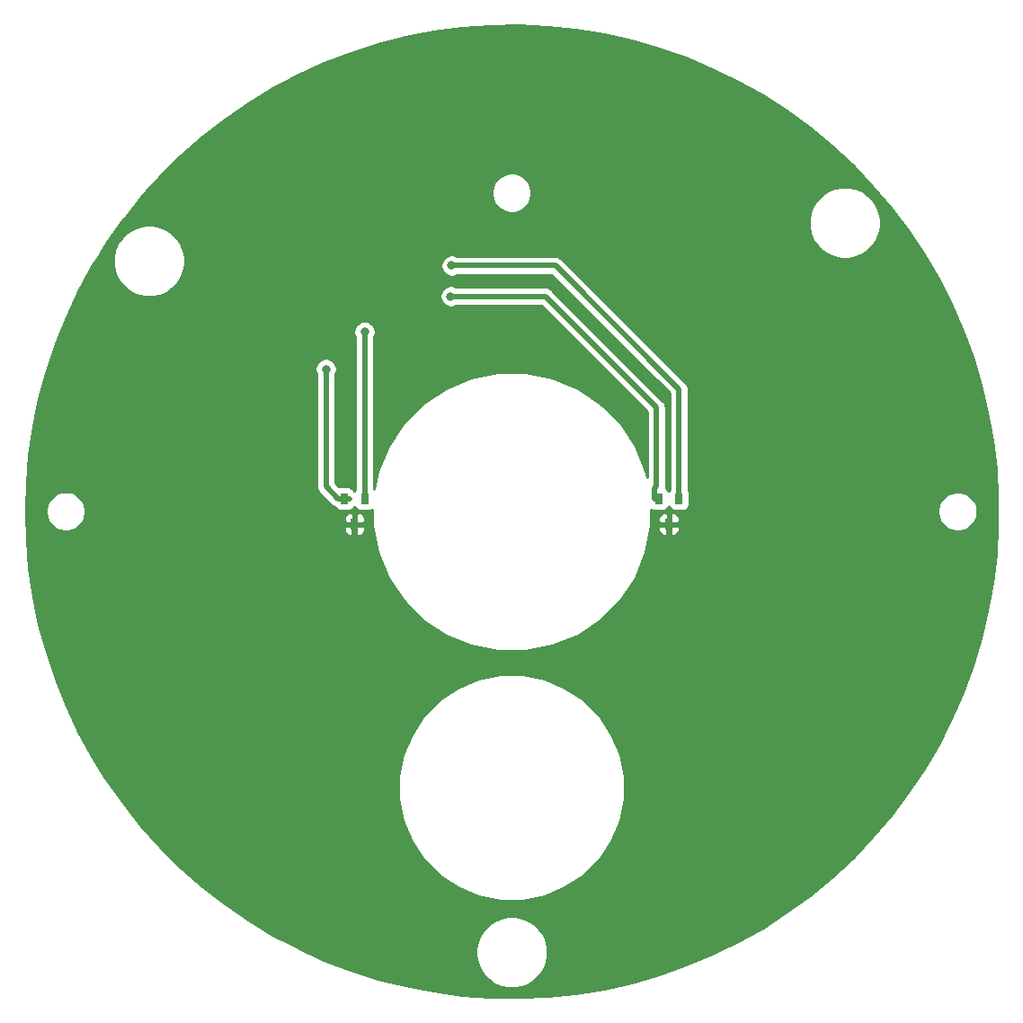
<source format=gtl>
G04 #@! TF.GenerationSoftware,KiCad,Pcbnew,(5.1.5)-3*
G04 #@! TF.CreationDate,2022-01-09T16:05:41+01:00*
G04 #@! TF.ProjectId,plateau allumage,706c6174-6561-4752-9061-6c6c756d6167,rev?*
G04 #@! TF.SameCoordinates,Original*
G04 #@! TF.FileFunction,Copper,L1,Top*
G04 #@! TF.FilePolarity,Positive*
%FSLAX46Y46*%
G04 Gerber Fmt 4.6, Leading zero omitted, Abs format (unit mm)*
G04 Created by KiCad (PCBNEW (5.1.5)-3) date 2022-01-09 16:05:41*
%MOMM*%
%LPD*%
G04 APERTURE LIST*
%ADD10R,0.700000X1.000000*%
%ADD11C,0.800000*%
%ADD12C,0.500000*%
%ADD13C,0.254000*%
G04 APERTURE END LIST*
D10*
X142150000Y-102800000D03*
X141200000Y-100400000D03*
X143100000Y-100400000D03*
X112540000Y-102800000D03*
X111590000Y-100400000D03*
X113490000Y-100400000D03*
D11*
X121666000Y-75438000D03*
X112950000Y-75420000D03*
X112560000Y-104340000D03*
X142160000Y-104070000D03*
X113500000Y-84680000D03*
X121690000Y-78440000D03*
X109850000Y-88190000D03*
X121610000Y-81340000D03*
D12*
X112540000Y-102800000D02*
X112540000Y-104320000D01*
X112540000Y-104320000D02*
X112560000Y-104340000D01*
X142150000Y-102800000D02*
X142150000Y-104060000D01*
X142150000Y-104060000D02*
X142160000Y-104070000D01*
X113500000Y-100390000D02*
X113490000Y-100400000D01*
X113500000Y-84680000D02*
X113500000Y-100390000D01*
X121690000Y-78440000D02*
X131450000Y-78440000D01*
X143100000Y-90090000D02*
X143100000Y-100400000D01*
X131450000Y-78440000D02*
X143100000Y-90090000D01*
X112080000Y-100400000D02*
X111480000Y-100400000D01*
X109850000Y-99260000D02*
X110990000Y-100400000D01*
X109850000Y-88190000D02*
X109850000Y-99260000D01*
X110990000Y-100400000D02*
X111590000Y-100400000D01*
X140782000Y-100400000D02*
X140782000Y-99408000D01*
X130510000Y-81340000D02*
X121610000Y-81340000D01*
X140980000Y-91810000D02*
X130510000Y-81340000D01*
X140980000Y-99210000D02*
X140980000Y-91810000D01*
X140782000Y-99408000D02*
X140980000Y-99210000D01*
D13*
G36*
X130700213Y-55958231D02*
G01*
X133373035Y-56233868D01*
X136025073Y-56665891D01*
X138647186Y-57252811D01*
X141230335Y-57992605D01*
X143765615Y-58882722D01*
X146244286Y-59920096D01*
X148657803Y-61101148D01*
X150997848Y-62421808D01*
X153256353Y-63877524D01*
X155425532Y-65463277D01*
X157497909Y-67173600D01*
X159466339Y-69002599D01*
X161324036Y-70943967D01*
X163064598Y-72991013D01*
X164682023Y-75136681D01*
X166170736Y-77373573D01*
X167525606Y-79693978D01*
X168741961Y-82089898D01*
X169815608Y-84553073D01*
X170742848Y-87075013D01*
X171520482Y-89647023D01*
X172145831Y-92260238D01*
X172616739Y-94905648D01*
X172931582Y-97574136D01*
X173089276Y-100256502D01*
X173089276Y-102943498D01*
X172931582Y-105625864D01*
X172616739Y-108294352D01*
X172145831Y-110939762D01*
X171520482Y-113552977D01*
X170742848Y-116124987D01*
X169815608Y-118646927D01*
X168741961Y-121110102D01*
X167525606Y-123506022D01*
X166170736Y-125826427D01*
X164682023Y-128063319D01*
X163064598Y-130208987D01*
X161324036Y-132256033D01*
X159466339Y-134197401D01*
X157497909Y-136026400D01*
X155425532Y-137736723D01*
X153256353Y-139322476D01*
X150997848Y-140778192D01*
X148657803Y-142098852D01*
X146244286Y-143279904D01*
X143765615Y-144317278D01*
X141230335Y-145207395D01*
X138647186Y-145947189D01*
X136025073Y-146534109D01*
X133373035Y-146966132D01*
X130700213Y-147241769D01*
X128015822Y-147360069D01*
X125329114Y-147320624D01*
X122649353Y-147123571D01*
X119985775Y-146769589D01*
X117347562Y-146259898D01*
X114743809Y-145596254D01*
X112183491Y-144780947D01*
X109675435Y-143816786D01*
X107359525Y-142766607D01*
X123965000Y-142766607D01*
X123965000Y-143433393D01*
X124095083Y-144087368D01*
X124350252Y-144703399D01*
X124720698Y-145257812D01*
X125192188Y-145729302D01*
X125746601Y-146099748D01*
X126362632Y-146354917D01*
X127016607Y-146485000D01*
X127683393Y-146485000D01*
X128337368Y-146354917D01*
X128953399Y-146099748D01*
X129507812Y-145729302D01*
X129979302Y-145257812D01*
X130349748Y-144703399D01*
X130604917Y-144087368D01*
X130735000Y-143433393D01*
X130735000Y-142766607D01*
X130604917Y-142112632D01*
X130349748Y-141496601D01*
X129979302Y-140942188D01*
X129507812Y-140470698D01*
X128953399Y-140100252D01*
X128337368Y-139845083D01*
X127683393Y-139715000D01*
X127016607Y-139715000D01*
X126362632Y-139845083D01*
X125746601Y-140100252D01*
X125192188Y-140470698D01*
X124720698Y-140942188D01*
X124350252Y-141496601D01*
X124095083Y-142112632D01*
X123965000Y-142766607D01*
X107359525Y-142766607D01*
X107228286Y-142707095D01*
X104850480Y-141455700D01*
X102550214Y-140066913D01*
X100335417Y-138545523D01*
X98213725Y-136896774D01*
X96192450Y-135126350D01*
X94278561Y-133240354D01*
X92478656Y-131245287D01*
X90798939Y-129148026D01*
X89245200Y-126955802D01*
X88993583Y-126552544D01*
X116695000Y-126552544D01*
X116695000Y-128647456D01*
X117103697Y-130702115D01*
X117905385Y-132637561D01*
X119069256Y-134379417D01*
X120550583Y-135860744D01*
X122292439Y-137024615D01*
X124227885Y-137826303D01*
X126282544Y-138235000D01*
X128377456Y-138235000D01*
X130432115Y-137826303D01*
X132367561Y-137024615D01*
X134109417Y-135860744D01*
X135590744Y-134379417D01*
X136754615Y-132637561D01*
X137556303Y-130702115D01*
X137965000Y-128647456D01*
X137965000Y-126552544D01*
X137556303Y-124497885D01*
X136754615Y-122562439D01*
X135590744Y-120820583D01*
X134109417Y-119339256D01*
X132367561Y-118175385D01*
X130432115Y-117373697D01*
X128377456Y-116965000D01*
X126282544Y-116965000D01*
X124227885Y-117373697D01*
X122292439Y-118175385D01*
X120550583Y-119339256D01*
X119069256Y-120820583D01*
X117905385Y-122562439D01*
X117103697Y-124497885D01*
X116695000Y-126552544D01*
X88993583Y-126552544D01*
X87822796Y-124676170D01*
X86536629Y-122316991D01*
X85391134Y-119886396D01*
X84390259Y-117392764D01*
X83537455Y-114844690D01*
X82835661Y-112250960D01*
X82287296Y-109620514D01*
X81894251Y-106962419D01*
X81657881Y-104285839D01*
X81579000Y-101600000D01*
X81584746Y-101404344D01*
X83455000Y-101404344D01*
X83455000Y-101775656D01*
X83527439Y-102139834D01*
X83669534Y-102482882D01*
X83875825Y-102791618D01*
X84138382Y-103054175D01*
X84447118Y-103260466D01*
X84790166Y-103402561D01*
X85154344Y-103475000D01*
X85525656Y-103475000D01*
X85889834Y-103402561D01*
X86137438Y-103300000D01*
X111551928Y-103300000D01*
X111564188Y-103424482D01*
X111600498Y-103544180D01*
X111659463Y-103654494D01*
X111738815Y-103751185D01*
X111835506Y-103830537D01*
X111945820Y-103889502D01*
X112065518Y-103925812D01*
X112190000Y-103938072D01*
X112254250Y-103935000D01*
X112413000Y-103776250D01*
X112413000Y-102927000D01*
X112667000Y-102927000D01*
X112667000Y-103776250D01*
X112825750Y-103935000D01*
X112890000Y-103938072D01*
X113014482Y-103925812D01*
X113134180Y-103889502D01*
X113244494Y-103830537D01*
X113341185Y-103751185D01*
X113420537Y-103654494D01*
X113479502Y-103544180D01*
X113515812Y-103424482D01*
X113528072Y-103300000D01*
X113525000Y-103085750D01*
X113366250Y-102927000D01*
X112667000Y-102927000D01*
X112413000Y-102927000D01*
X111713750Y-102927000D01*
X111555000Y-103085750D01*
X111551928Y-103300000D01*
X86137438Y-103300000D01*
X86232882Y-103260466D01*
X86541618Y-103054175D01*
X86804175Y-102791618D01*
X87010466Y-102482882D01*
X87086218Y-102300000D01*
X111551928Y-102300000D01*
X111555000Y-102514250D01*
X111713750Y-102673000D01*
X112413000Y-102673000D01*
X112413000Y-101823750D01*
X112667000Y-101823750D01*
X112667000Y-102673000D01*
X113366250Y-102673000D01*
X113525000Y-102514250D01*
X113528072Y-102300000D01*
X113515812Y-102175518D01*
X113479502Y-102055820D01*
X113420537Y-101945506D01*
X113341185Y-101848815D01*
X113244494Y-101769463D01*
X113134180Y-101710498D01*
X113014482Y-101674188D01*
X112890000Y-101661928D01*
X112825750Y-101665000D01*
X112667000Y-101823750D01*
X112413000Y-101823750D01*
X112254250Y-101665000D01*
X112190000Y-101661928D01*
X112065518Y-101674188D01*
X111945820Y-101710498D01*
X111835506Y-101769463D01*
X111738815Y-101848815D01*
X111659463Y-101945506D01*
X111600498Y-102055820D01*
X111564188Y-102175518D01*
X111551928Y-102300000D01*
X87086218Y-102300000D01*
X87152561Y-102139834D01*
X87225000Y-101775656D01*
X87225000Y-101404344D01*
X87152561Y-101040166D01*
X87010466Y-100697118D01*
X86804175Y-100388382D01*
X86541618Y-100125825D01*
X86232882Y-99919534D01*
X85889834Y-99777439D01*
X85525656Y-99705000D01*
X85154344Y-99705000D01*
X84790166Y-99777439D01*
X84447118Y-99919534D01*
X84138382Y-100125825D01*
X83875825Y-100388382D01*
X83669534Y-100697118D01*
X83527439Y-101040166D01*
X83455000Y-101404344D01*
X81584746Y-101404344D01*
X81657881Y-98914161D01*
X81894251Y-96237581D01*
X82287296Y-93579486D01*
X82835661Y-90949040D01*
X83537455Y-88355310D01*
X83626899Y-88088061D01*
X108815000Y-88088061D01*
X108815000Y-88291939D01*
X108854774Y-88491898D01*
X108932795Y-88680256D01*
X108965000Y-88728454D01*
X108965001Y-99216521D01*
X108960719Y-99260000D01*
X108977805Y-99433490D01*
X109028412Y-99600313D01*
X109110590Y-99754059D01*
X109193468Y-99855046D01*
X109193471Y-99855049D01*
X109221184Y-99888817D01*
X109254951Y-99916529D01*
X110333470Y-100995049D01*
X110361183Y-101028817D01*
X110394951Y-101056530D01*
X110394953Y-101056532D01*
X110466452Y-101115210D01*
X110495941Y-101139411D01*
X110649687Y-101221589D01*
X110700039Y-101236863D01*
X110709463Y-101254494D01*
X110788815Y-101351185D01*
X110885506Y-101430537D01*
X110995820Y-101489502D01*
X111115518Y-101525812D01*
X111240000Y-101538072D01*
X111940000Y-101538072D01*
X112064482Y-101525812D01*
X112184180Y-101489502D01*
X112294494Y-101430537D01*
X112391185Y-101351185D01*
X112470537Y-101254494D01*
X112515249Y-101170845D01*
X112553751Y-101150266D01*
X112609463Y-101254494D01*
X112688815Y-101351185D01*
X112785506Y-101430537D01*
X112895820Y-101489502D01*
X113015518Y-101525812D01*
X113140000Y-101538072D01*
X113840000Y-101538072D01*
X113964482Y-101525812D01*
X114084180Y-101489502D01*
X114194494Y-101430537D01*
X114215000Y-101413708D01*
X114215000Y-102903685D01*
X114719770Y-105441338D01*
X115709914Y-107831756D01*
X117147379Y-109983075D01*
X118976925Y-111812621D01*
X121128244Y-113250086D01*
X123518662Y-114240230D01*
X126056315Y-114745000D01*
X128643685Y-114745000D01*
X131181338Y-114240230D01*
X133571756Y-113250086D01*
X135723075Y-111812621D01*
X137552621Y-109983075D01*
X138990086Y-107831756D01*
X139980230Y-105441338D01*
X140406168Y-103300000D01*
X141161928Y-103300000D01*
X141174188Y-103424482D01*
X141210498Y-103544180D01*
X141269463Y-103654494D01*
X141348815Y-103751185D01*
X141445506Y-103830537D01*
X141555820Y-103889502D01*
X141675518Y-103925812D01*
X141800000Y-103938072D01*
X141864250Y-103935000D01*
X142023000Y-103776250D01*
X142023000Y-102927000D01*
X142277000Y-102927000D01*
X142277000Y-103776250D01*
X142435750Y-103935000D01*
X142500000Y-103938072D01*
X142624482Y-103925812D01*
X142744180Y-103889502D01*
X142854494Y-103830537D01*
X142951185Y-103751185D01*
X143030537Y-103654494D01*
X143089502Y-103544180D01*
X143125812Y-103424482D01*
X143138072Y-103300000D01*
X143135000Y-103085750D01*
X142976250Y-102927000D01*
X142277000Y-102927000D01*
X142023000Y-102927000D01*
X141323750Y-102927000D01*
X141165000Y-103085750D01*
X141161928Y-103300000D01*
X140406168Y-103300000D01*
X140485000Y-102903685D01*
X140485000Y-102300000D01*
X141161928Y-102300000D01*
X141165000Y-102514250D01*
X141323750Y-102673000D01*
X142023000Y-102673000D01*
X142023000Y-101823750D01*
X142277000Y-101823750D01*
X142277000Y-102673000D01*
X142976250Y-102673000D01*
X143135000Y-102514250D01*
X143138072Y-102300000D01*
X143125812Y-102175518D01*
X143089502Y-102055820D01*
X143030537Y-101945506D01*
X142951185Y-101848815D01*
X142854494Y-101769463D01*
X142744180Y-101710498D01*
X142624482Y-101674188D01*
X142500000Y-101661928D01*
X142435750Y-101665000D01*
X142277000Y-101823750D01*
X142023000Y-101823750D01*
X141864250Y-101665000D01*
X141800000Y-101661928D01*
X141675518Y-101674188D01*
X141555820Y-101710498D01*
X141445506Y-101769463D01*
X141348815Y-101848815D01*
X141269463Y-101945506D01*
X141210498Y-102055820D01*
X141174188Y-102175518D01*
X141161928Y-102300000D01*
X140485000Y-102300000D01*
X140485000Y-101421915D01*
X140495506Y-101430537D01*
X140605820Y-101489502D01*
X140725518Y-101525812D01*
X140850000Y-101538072D01*
X141550000Y-101538072D01*
X141674482Y-101525812D01*
X141794180Y-101489502D01*
X141904494Y-101430537D01*
X142001185Y-101351185D01*
X142080537Y-101254494D01*
X142139502Y-101144180D01*
X142150000Y-101109573D01*
X142160498Y-101144180D01*
X142219463Y-101254494D01*
X142298815Y-101351185D01*
X142395506Y-101430537D01*
X142505820Y-101489502D01*
X142625518Y-101525812D01*
X142750000Y-101538072D01*
X143450000Y-101538072D01*
X143574482Y-101525812D01*
X143694180Y-101489502D01*
X143804494Y-101430537D01*
X143824225Y-101414344D01*
X167455000Y-101414344D01*
X167455000Y-101785656D01*
X167527439Y-102149834D01*
X167669534Y-102492882D01*
X167875825Y-102801618D01*
X168138382Y-103064175D01*
X168447118Y-103270466D01*
X168790166Y-103412561D01*
X169154344Y-103485000D01*
X169525656Y-103485000D01*
X169889834Y-103412561D01*
X170232882Y-103270466D01*
X170541618Y-103064175D01*
X170804175Y-102801618D01*
X171010466Y-102492882D01*
X171152561Y-102149834D01*
X171225000Y-101785656D01*
X171225000Y-101414344D01*
X171152561Y-101050166D01*
X171010466Y-100707118D01*
X170804175Y-100398382D01*
X170541618Y-100135825D01*
X170232882Y-99929534D01*
X169889834Y-99787439D01*
X169525656Y-99715000D01*
X169154344Y-99715000D01*
X168790166Y-99787439D01*
X168447118Y-99929534D01*
X168138382Y-100135825D01*
X167875825Y-100398382D01*
X167669534Y-100707118D01*
X167527439Y-101050166D01*
X167455000Y-101414344D01*
X143824225Y-101414344D01*
X143901185Y-101351185D01*
X143980537Y-101254494D01*
X144039502Y-101144180D01*
X144075812Y-101024482D01*
X144088072Y-100900000D01*
X144088072Y-99900000D01*
X144075812Y-99775518D01*
X144039502Y-99655820D01*
X143985000Y-99553856D01*
X143985000Y-90133468D01*
X143989281Y-90089999D01*
X143985000Y-90046530D01*
X143985000Y-90046523D01*
X143972195Y-89916510D01*
X143921589Y-89749687D01*
X143839411Y-89595941D01*
X143728817Y-89461183D01*
X143695051Y-89433472D01*
X132106534Y-77844956D01*
X132078817Y-77811183D01*
X131944059Y-77700589D01*
X131790313Y-77618411D01*
X131623490Y-77567805D01*
X131493477Y-77555000D01*
X131493469Y-77555000D01*
X131450000Y-77550719D01*
X131406531Y-77555000D01*
X122228454Y-77555000D01*
X122180256Y-77522795D01*
X121991898Y-77444774D01*
X121791939Y-77405000D01*
X121588061Y-77405000D01*
X121388102Y-77444774D01*
X121199744Y-77522795D01*
X121030226Y-77636063D01*
X120886063Y-77780226D01*
X120772795Y-77949744D01*
X120694774Y-78138102D01*
X120655000Y-78338061D01*
X120655000Y-78541939D01*
X120694774Y-78741898D01*
X120772795Y-78930256D01*
X120886063Y-79099774D01*
X121030226Y-79243937D01*
X121199744Y-79357205D01*
X121388102Y-79435226D01*
X121588061Y-79475000D01*
X121791939Y-79475000D01*
X121991898Y-79435226D01*
X122180256Y-79357205D01*
X122228454Y-79325000D01*
X131083422Y-79325000D01*
X142215000Y-90456579D01*
X142215001Y-99553854D01*
X142160498Y-99655820D01*
X142150000Y-99690427D01*
X142139502Y-99655820D01*
X142080537Y-99545506D01*
X142001185Y-99448815D01*
X141904494Y-99369463D01*
X141856123Y-99343608D01*
X141865000Y-99253477D01*
X141865000Y-99253467D01*
X141869281Y-99210001D01*
X141865000Y-99166535D01*
X141865000Y-91853469D01*
X141869281Y-91810000D01*
X141865000Y-91766531D01*
X141865000Y-91766523D01*
X141852195Y-91636510D01*
X141801589Y-91469687D01*
X141719411Y-91315941D01*
X141695210Y-91286452D01*
X141636532Y-91214953D01*
X141636530Y-91214951D01*
X141608817Y-91181183D01*
X141575049Y-91153470D01*
X131166534Y-80744956D01*
X131138817Y-80711183D01*
X131004059Y-80600589D01*
X130850313Y-80518411D01*
X130683490Y-80467805D01*
X130553477Y-80455000D01*
X130553469Y-80455000D01*
X130510000Y-80450719D01*
X130466531Y-80455000D01*
X122148454Y-80455000D01*
X122100256Y-80422795D01*
X121911898Y-80344774D01*
X121711939Y-80305000D01*
X121508061Y-80305000D01*
X121308102Y-80344774D01*
X121119744Y-80422795D01*
X120950226Y-80536063D01*
X120806063Y-80680226D01*
X120692795Y-80849744D01*
X120614774Y-81038102D01*
X120575000Y-81238061D01*
X120575000Y-81441939D01*
X120614774Y-81641898D01*
X120692795Y-81830256D01*
X120806063Y-81999774D01*
X120950226Y-82143937D01*
X121119744Y-82257205D01*
X121308102Y-82335226D01*
X121508061Y-82375000D01*
X121711939Y-82375000D01*
X121911898Y-82335226D01*
X122100256Y-82257205D01*
X122148454Y-82225000D01*
X130143422Y-82225000D01*
X140095001Y-92176580D01*
X140095000Y-98355651D01*
X139980230Y-97778662D01*
X138990086Y-95388244D01*
X137552621Y-93236925D01*
X135723075Y-91407379D01*
X133571756Y-89969914D01*
X131181338Y-88979770D01*
X128643685Y-88475000D01*
X126056315Y-88475000D01*
X123518662Y-88979770D01*
X121128244Y-89969914D01*
X118976925Y-91407379D01*
X117147379Y-93236925D01*
X115709914Y-95388244D01*
X114719770Y-97778662D01*
X114385000Y-99461666D01*
X114385000Y-85218454D01*
X114417205Y-85170256D01*
X114495226Y-84981898D01*
X114535000Y-84781939D01*
X114535000Y-84578061D01*
X114495226Y-84378102D01*
X114417205Y-84189744D01*
X114303937Y-84020226D01*
X114159774Y-83876063D01*
X113990256Y-83762795D01*
X113801898Y-83684774D01*
X113601939Y-83645000D01*
X113398061Y-83645000D01*
X113198102Y-83684774D01*
X113009744Y-83762795D01*
X112840226Y-83876063D01*
X112696063Y-84020226D01*
X112582795Y-84189744D01*
X112504774Y-84378102D01*
X112465000Y-84578061D01*
X112465000Y-84781939D01*
X112504774Y-84981898D01*
X112582795Y-85170256D01*
X112615000Y-85218454D01*
X112615001Y-99538758D01*
X112609463Y-99545506D01*
X112553751Y-99649734D01*
X112515249Y-99629155D01*
X112470537Y-99545506D01*
X112391185Y-99448815D01*
X112294494Y-99369463D01*
X112184180Y-99310498D01*
X112064482Y-99274188D01*
X111940000Y-99261928D01*
X111240000Y-99261928D01*
X111115744Y-99274166D01*
X110735000Y-98893422D01*
X110735000Y-88728454D01*
X110767205Y-88680256D01*
X110845226Y-88491898D01*
X110885000Y-88291939D01*
X110885000Y-88088061D01*
X110845226Y-87888102D01*
X110767205Y-87699744D01*
X110653937Y-87530226D01*
X110509774Y-87386063D01*
X110340256Y-87272795D01*
X110151898Y-87194774D01*
X109951939Y-87155000D01*
X109748061Y-87155000D01*
X109548102Y-87194774D01*
X109359744Y-87272795D01*
X109190226Y-87386063D01*
X109046063Y-87530226D01*
X108932795Y-87699744D01*
X108854774Y-87888102D01*
X108815000Y-88088061D01*
X83626899Y-88088061D01*
X84390259Y-85807236D01*
X85391134Y-83313604D01*
X86536629Y-80883009D01*
X87822796Y-78523830D01*
X88357670Y-77666607D01*
X89815000Y-77666607D01*
X89815000Y-78333393D01*
X89945083Y-78987368D01*
X90200252Y-79603399D01*
X90570698Y-80157812D01*
X91042188Y-80629302D01*
X91596601Y-80999748D01*
X92212632Y-81254917D01*
X92866607Y-81385000D01*
X93533393Y-81385000D01*
X94187368Y-81254917D01*
X94803399Y-80999748D01*
X95357812Y-80629302D01*
X95829302Y-80157812D01*
X96199748Y-79603399D01*
X96454917Y-78987368D01*
X96585000Y-78333393D01*
X96585000Y-77666607D01*
X96454917Y-77012632D01*
X96199748Y-76396601D01*
X95829302Y-75842188D01*
X95357812Y-75370698D01*
X94803399Y-75000252D01*
X94187368Y-74745083D01*
X93533393Y-74615000D01*
X92866607Y-74615000D01*
X92212632Y-74745083D01*
X91596601Y-75000252D01*
X91042188Y-75370698D01*
X90570698Y-75842188D01*
X90200252Y-76396601D01*
X89945083Y-77012632D01*
X89815000Y-77666607D01*
X88357670Y-77666607D01*
X89245200Y-76244198D01*
X90781480Y-74076607D01*
X155325000Y-74076607D01*
X155325000Y-74743393D01*
X155455083Y-75397368D01*
X155710252Y-76013399D01*
X156080698Y-76567812D01*
X156552188Y-77039302D01*
X157106601Y-77409748D01*
X157722632Y-77664917D01*
X158376607Y-77795000D01*
X159043393Y-77795000D01*
X159697368Y-77664917D01*
X160313399Y-77409748D01*
X160867812Y-77039302D01*
X161339302Y-76567812D01*
X161709748Y-76013399D01*
X161964917Y-75397368D01*
X162095000Y-74743393D01*
X162095000Y-74076607D01*
X161964917Y-73422632D01*
X161709748Y-72806601D01*
X161339302Y-72252188D01*
X160867812Y-71780698D01*
X160313399Y-71410252D01*
X159697368Y-71155083D01*
X159043393Y-71025000D01*
X158376607Y-71025000D01*
X157722632Y-71155083D01*
X157106601Y-71410252D01*
X156552188Y-71780698D01*
X156080698Y-72252188D01*
X155710252Y-72806601D01*
X155455083Y-73422632D01*
X155325000Y-74076607D01*
X90781480Y-74076607D01*
X90798939Y-74051974D01*
X92478656Y-71954713D01*
X92966164Y-71414344D01*
X125455000Y-71414344D01*
X125455000Y-71785656D01*
X125527439Y-72149834D01*
X125669534Y-72492882D01*
X125875825Y-72801618D01*
X126138382Y-73064175D01*
X126447118Y-73270466D01*
X126790166Y-73412561D01*
X127154344Y-73485000D01*
X127525656Y-73485000D01*
X127889834Y-73412561D01*
X128232882Y-73270466D01*
X128541618Y-73064175D01*
X128804175Y-72801618D01*
X129010466Y-72492882D01*
X129152561Y-72149834D01*
X129225000Y-71785656D01*
X129225000Y-71414344D01*
X129152561Y-71050166D01*
X129010466Y-70707118D01*
X128804175Y-70398382D01*
X128541618Y-70135825D01*
X128232882Y-69929534D01*
X127889834Y-69787439D01*
X127525656Y-69715000D01*
X127154344Y-69715000D01*
X126790166Y-69787439D01*
X126447118Y-69929534D01*
X126138382Y-70135825D01*
X125875825Y-70398382D01*
X125669534Y-70707118D01*
X125527439Y-71050166D01*
X125455000Y-71414344D01*
X92966164Y-71414344D01*
X94278561Y-69959646D01*
X96192450Y-68073650D01*
X98213725Y-66303226D01*
X100335417Y-64654477D01*
X102550214Y-63133087D01*
X104850480Y-61744300D01*
X107228286Y-60492905D01*
X109675435Y-59383214D01*
X112183491Y-58419053D01*
X114743809Y-57603746D01*
X117347562Y-56940102D01*
X119985775Y-56430411D01*
X122649353Y-56076429D01*
X125329114Y-55879376D01*
X128015822Y-55839931D01*
X130700213Y-55958231D01*
G37*
X130700213Y-55958231D02*
X133373035Y-56233868D01*
X136025073Y-56665891D01*
X138647186Y-57252811D01*
X141230335Y-57992605D01*
X143765615Y-58882722D01*
X146244286Y-59920096D01*
X148657803Y-61101148D01*
X150997848Y-62421808D01*
X153256353Y-63877524D01*
X155425532Y-65463277D01*
X157497909Y-67173600D01*
X159466339Y-69002599D01*
X161324036Y-70943967D01*
X163064598Y-72991013D01*
X164682023Y-75136681D01*
X166170736Y-77373573D01*
X167525606Y-79693978D01*
X168741961Y-82089898D01*
X169815608Y-84553073D01*
X170742848Y-87075013D01*
X171520482Y-89647023D01*
X172145831Y-92260238D01*
X172616739Y-94905648D01*
X172931582Y-97574136D01*
X173089276Y-100256502D01*
X173089276Y-102943498D01*
X172931582Y-105625864D01*
X172616739Y-108294352D01*
X172145831Y-110939762D01*
X171520482Y-113552977D01*
X170742848Y-116124987D01*
X169815608Y-118646927D01*
X168741961Y-121110102D01*
X167525606Y-123506022D01*
X166170736Y-125826427D01*
X164682023Y-128063319D01*
X163064598Y-130208987D01*
X161324036Y-132256033D01*
X159466339Y-134197401D01*
X157497909Y-136026400D01*
X155425532Y-137736723D01*
X153256353Y-139322476D01*
X150997848Y-140778192D01*
X148657803Y-142098852D01*
X146244286Y-143279904D01*
X143765615Y-144317278D01*
X141230335Y-145207395D01*
X138647186Y-145947189D01*
X136025073Y-146534109D01*
X133373035Y-146966132D01*
X130700213Y-147241769D01*
X128015822Y-147360069D01*
X125329114Y-147320624D01*
X122649353Y-147123571D01*
X119985775Y-146769589D01*
X117347562Y-146259898D01*
X114743809Y-145596254D01*
X112183491Y-144780947D01*
X109675435Y-143816786D01*
X107359525Y-142766607D01*
X123965000Y-142766607D01*
X123965000Y-143433393D01*
X124095083Y-144087368D01*
X124350252Y-144703399D01*
X124720698Y-145257812D01*
X125192188Y-145729302D01*
X125746601Y-146099748D01*
X126362632Y-146354917D01*
X127016607Y-146485000D01*
X127683393Y-146485000D01*
X128337368Y-146354917D01*
X128953399Y-146099748D01*
X129507812Y-145729302D01*
X129979302Y-145257812D01*
X130349748Y-144703399D01*
X130604917Y-144087368D01*
X130735000Y-143433393D01*
X130735000Y-142766607D01*
X130604917Y-142112632D01*
X130349748Y-141496601D01*
X129979302Y-140942188D01*
X129507812Y-140470698D01*
X128953399Y-140100252D01*
X128337368Y-139845083D01*
X127683393Y-139715000D01*
X127016607Y-139715000D01*
X126362632Y-139845083D01*
X125746601Y-140100252D01*
X125192188Y-140470698D01*
X124720698Y-140942188D01*
X124350252Y-141496601D01*
X124095083Y-142112632D01*
X123965000Y-142766607D01*
X107359525Y-142766607D01*
X107228286Y-142707095D01*
X104850480Y-141455700D01*
X102550214Y-140066913D01*
X100335417Y-138545523D01*
X98213725Y-136896774D01*
X96192450Y-135126350D01*
X94278561Y-133240354D01*
X92478656Y-131245287D01*
X90798939Y-129148026D01*
X89245200Y-126955802D01*
X88993583Y-126552544D01*
X116695000Y-126552544D01*
X116695000Y-128647456D01*
X117103697Y-130702115D01*
X117905385Y-132637561D01*
X119069256Y-134379417D01*
X120550583Y-135860744D01*
X122292439Y-137024615D01*
X124227885Y-137826303D01*
X126282544Y-138235000D01*
X128377456Y-138235000D01*
X130432115Y-137826303D01*
X132367561Y-137024615D01*
X134109417Y-135860744D01*
X135590744Y-134379417D01*
X136754615Y-132637561D01*
X137556303Y-130702115D01*
X137965000Y-128647456D01*
X137965000Y-126552544D01*
X137556303Y-124497885D01*
X136754615Y-122562439D01*
X135590744Y-120820583D01*
X134109417Y-119339256D01*
X132367561Y-118175385D01*
X130432115Y-117373697D01*
X128377456Y-116965000D01*
X126282544Y-116965000D01*
X124227885Y-117373697D01*
X122292439Y-118175385D01*
X120550583Y-119339256D01*
X119069256Y-120820583D01*
X117905385Y-122562439D01*
X117103697Y-124497885D01*
X116695000Y-126552544D01*
X88993583Y-126552544D01*
X87822796Y-124676170D01*
X86536629Y-122316991D01*
X85391134Y-119886396D01*
X84390259Y-117392764D01*
X83537455Y-114844690D01*
X82835661Y-112250960D01*
X82287296Y-109620514D01*
X81894251Y-106962419D01*
X81657881Y-104285839D01*
X81579000Y-101600000D01*
X81584746Y-101404344D01*
X83455000Y-101404344D01*
X83455000Y-101775656D01*
X83527439Y-102139834D01*
X83669534Y-102482882D01*
X83875825Y-102791618D01*
X84138382Y-103054175D01*
X84447118Y-103260466D01*
X84790166Y-103402561D01*
X85154344Y-103475000D01*
X85525656Y-103475000D01*
X85889834Y-103402561D01*
X86137438Y-103300000D01*
X111551928Y-103300000D01*
X111564188Y-103424482D01*
X111600498Y-103544180D01*
X111659463Y-103654494D01*
X111738815Y-103751185D01*
X111835506Y-103830537D01*
X111945820Y-103889502D01*
X112065518Y-103925812D01*
X112190000Y-103938072D01*
X112254250Y-103935000D01*
X112413000Y-103776250D01*
X112413000Y-102927000D01*
X112667000Y-102927000D01*
X112667000Y-103776250D01*
X112825750Y-103935000D01*
X112890000Y-103938072D01*
X113014482Y-103925812D01*
X113134180Y-103889502D01*
X113244494Y-103830537D01*
X113341185Y-103751185D01*
X113420537Y-103654494D01*
X113479502Y-103544180D01*
X113515812Y-103424482D01*
X113528072Y-103300000D01*
X113525000Y-103085750D01*
X113366250Y-102927000D01*
X112667000Y-102927000D01*
X112413000Y-102927000D01*
X111713750Y-102927000D01*
X111555000Y-103085750D01*
X111551928Y-103300000D01*
X86137438Y-103300000D01*
X86232882Y-103260466D01*
X86541618Y-103054175D01*
X86804175Y-102791618D01*
X87010466Y-102482882D01*
X87086218Y-102300000D01*
X111551928Y-102300000D01*
X111555000Y-102514250D01*
X111713750Y-102673000D01*
X112413000Y-102673000D01*
X112413000Y-101823750D01*
X112667000Y-101823750D01*
X112667000Y-102673000D01*
X113366250Y-102673000D01*
X113525000Y-102514250D01*
X113528072Y-102300000D01*
X113515812Y-102175518D01*
X113479502Y-102055820D01*
X113420537Y-101945506D01*
X113341185Y-101848815D01*
X113244494Y-101769463D01*
X113134180Y-101710498D01*
X113014482Y-101674188D01*
X112890000Y-101661928D01*
X112825750Y-101665000D01*
X112667000Y-101823750D01*
X112413000Y-101823750D01*
X112254250Y-101665000D01*
X112190000Y-101661928D01*
X112065518Y-101674188D01*
X111945820Y-101710498D01*
X111835506Y-101769463D01*
X111738815Y-101848815D01*
X111659463Y-101945506D01*
X111600498Y-102055820D01*
X111564188Y-102175518D01*
X111551928Y-102300000D01*
X87086218Y-102300000D01*
X87152561Y-102139834D01*
X87225000Y-101775656D01*
X87225000Y-101404344D01*
X87152561Y-101040166D01*
X87010466Y-100697118D01*
X86804175Y-100388382D01*
X86541618Y-100125825D01*
X86232882Y-99919534D01*
X85889834Y-99777439D01*
X85525656Y-99705000D01*
X85154344Y-99705000D01*
X84790166Y-99777439D01*
X84447118Y-99919534D01*
X84138382Y-100125825D01*
X83875825Y-100388382D01*
X83669534Y-100697118D01*
X83527439Y-101040166D01*
X83455000Y-101404344D01*
X81584746Y-101404344D01*
X81657881Y-98914161D01*
X81894251Y-96237581D01*
X82287296Y-93579486D01*
X82835661Y-90949040D01*
X83537455Y-88355310D01*
X83626899Y-88088061D01*
X108815000Y-88088061D01*
X108815000Y-88291939D01*
X108854774Y-88491898D01*
X108932795Y-88680256D01*
X108965000Y-88728454D01*
X108965001Y-99216521D01*
X108960719Y-99260000D01*
X108977805Y-99433490D01*
X109028412Y-99600313D01*
X109110590Y-99754059D01*
X109193468Y-99855046D01*
X109193471Y-99855049D01*
X109221184Y-99888817D01*
X109254951Y-99916529D01*
X110333470Y-100995049D01*
X110361183Y-101028817D01*
X110394951Y-101056530D01*
X110394953Y-101056532D01*
X110466452Y-101115210D01*
X110495941Y-101139411D01*
X110649687Y-101221589D01*
X110700039Y-101236863D01*
X110709463Y-101254494D01*
X110788815Y-101351185D01*
X110885506Y-101430537D01*
X110995820Y-101489502D01*
X111115518Y-101525812D01*
X111240000Y-101538072D01*
X111940000Y-101538072D01*
X112064482Y-101525812D01*
X112184180Y-101489502D01*
X112294494Y-101430537D01*
X112391185Y-101351185D01*
X112470537Y-101254494D01*
X112515249Y-101170845D01*
X112553751Y-101150266D01*
X112609463Y-101254494D01*
X112688815Y-101351185D01*
X112785506Y-101430537D01*
X112895820Y-101489502D01*
X113015518Y-101525812D01*
X113140000Y-101538072D01*
X113840000Y-101538072D01*
X113964482Y-101525812D01*
X114084180Y-101489502D01*
X114194494Y-101430537D01*
X114215000Y-101413708D01*
X114215000Y-102903685D01*
X114719770Y-105441338D01*
X115709914Y-107831756D01*
X117147379Y-109983075D01*
X118976925Y-111812621D01*
X121128244Y-113250086D01*
X123518662Y-114240230D01*
X126056315Y-114745000D01*
X128643685Y-114745000D01*
X131181338Y-114240230D01*
X133571756Y-113250086D01*
X135723075Y-111812621D01*
X137552621Y-109983075D01*
X138990086Y-107831756D01*
X139980230Y-105441338D01*
X140406168Y-103300000D01*
X141161928Y-103300000D01*
X141174188Y-103424482D01*
X141210498Y-103544180D01*
X141269463Y-103654494D01*
X141348815Y-103751185D01*
X141445506Y-103830537D01*
X141555820Y-103889502D01*
X141675518Y-103925812D01*
X141800000Y-103938072D01*
X141864250Y-103935000D01*
X142023000Y-103776250D01*
X142023000Y-102927000D01*
X142277000Y-102927000D01*
X142277000Y-103776250D01*
X142435750Y-103935000D01*
X142500000Y-103938072D01*
X142624482Y-103925812D01*
X142744180Y-103889502D01*
X142854494Y-103830537D01*
X142951185Y-103751185D01*
X143030537Y-103654494D01*
X143089502Y-103544180D01*
X143125812Y-103424482D01*
X143138072Y-103300000D01*
X143135000Y-103085750D01*
X142976250Y-102927000D01*
X142277000Y-102927000D01*
X142023000Y-102927000D01*
X141323750Y-102927000D01*
X141165000Y-103085750D01*
X141161928Y-103300000D01*
X140406168Y-103300000D01*
X140485000Y-102903685D01*
X140485000Y-102300000D01*
X141161928Y-102300000D01*
X141165000Y-102514250D01*
X141323750Y-102673000D01*
X142023000Y-102673000D01*
X142023000Y-101823750D01*
X142277000Y-101823750D01*
X142277000Y-102673000D01*
X142976250Y-102673000D01*
X143135000Y-102514250D01*
X143138072Y-102300000D01*
X143125812Y-102175518D01*
X143089502Y-102055820D01*
X143030537Y-101945506D01*
X142951185Y-101848815D01*
X142854494Y-101769463D01*
X142744180Y-101710498D01*
X142624482Y-101674188D01*
X142500000Y-101661928D01*
X142435750Y-101665000D01*
X142277000Y-101823750D01*
X142023000Y-101823750D01*
X141864250Y-101665000D01*
X141800000Y-101661928D01*
X141675518Y-101674188D01*
X141555820Y-101710498D01*
X141445506Y-101769463D01*
X141348815Y-101848815D01*
X141269463Y-101945506D01*
X141210498Y-102055820D01*
X141174188Y-102175518D01*
X141161928Y-102300000D01*
X140485000Y-102300000D01*
X140485000Y-101421915D01*
X140495506Y-101430537D01*
X140605820Y-101489502D01*
X140725518Y-101525812D01*
X140850000Y-101538072D01*
X141550000Y-101538072D01*
X141674482Y-101525812D01*
X141794180Y-101489502D01*
X141904494Y-101430537D01*
X142001185Y-101351185D01*
X142080537Y-101254494D01*
X142139502Y-101144180D01*
X142150000Y-101109573D01*
X142160498Y-101144180D01*
X142219463Y-101254494D01*
X142298815Y-101351185D01*
X142395506Y-101430537D01*
X142505820Y-101489502D01*
X142625518Y-101525812D01*
X142750000Y-101538072D01*
X143450000Y-101538072D01*
X143574482Y-101525812D01*
X143694180Y-101489502D01*
X143804494Y-101430537D01*
X143824225Y-101414344D01*
X167455000Y-101414344D01*
X167455000Y-101785656D01*
X167527439Y-102149834D01*
X167669534Y-102492882D01*
X167875825Y-102801618D01*
X168138382Y-103064175D01*
X168447118Y-103270466D01*
X168790166Y-103412561D01*
X169154344Y-103485000D01*
X169525656Y-103485000D01*
X169889834Y-103412561D01*
X170232882Y-103270466D01*
X170541618Y-103064175D01*
X170804175Y-102801618D01*
X171010466Y-102492882D01*
X171152561Y-102149834D01*
X171225000Y-101785656D01*
X171225000Y-101414344D01*
X171152561Y-101050166D01*
X171010466Y-100707118D01*
X170804175Y-100398382D01*
X170541618Y-100135825D01*
X170232882Y-99929534D01*
X169889834Y-99787439D01*
X169525656Y-99715000D01*
X169154344Y-99715000D01*
X168790166Y-99787439D01*
X168447118Y-99929534D01*
X168138382Y-100135825D01*
X167875825Y-100398382D01*
X167669534Y-100707118D01*
X167527439Y-101050166D01*
X167455000Y-101414344D01*
X143824225Y-101414344D01*
X143901185Y-101351185D01*
X143980537Y-101254494D01*
X144039502Y-101144180D01*
X144075812Y-101024482D01*
X144088072Y-100900000D01*
X144088072Y-99900000D01*
X144075812Y-99775518D01*
X144039502Y-99655820D01*
X143985000Y-99553856D01*
X143985000Y-90133468D01*
X143989281Y-90089999D01*
X143985000Y-90046530D01*
X143985000Y-90046523D01*
X143972195Y-89916510D01*
X143921589Y-89749687D01*
X143839411Y-89595941D01*
X143728817Y-89461183D01*
X143695051Y-89433472D01*
X132106534Y-77844956D01*
X132078817Y-77811183D01*
X131944059Y-77700589D01*
X131790313Y-77618411D01*
X131623490Y-77567805D01*
X131493477Y-77555000D01*
X131493469Y-77555000D01*
X131450000Y-77550719D01*
X131406531Y-77555000D01*
X122228454Y-77555000D01*
X122180256Y-77522795D01*
X121991898Y-77444774D01*
X121791939Y-77405000D01*
X121588061Y-77405000D01*
X121388102Y-77444774D01*
X121199744Y-77522795D01*
X121030226Y-77636063D01*
X120886063Y-77780226D01*
X120772795Y-77949744D01*
X120694774Y-78138102D01*
X120655000Y-78338061D01*
X120655000Y-78541939D01*
X120694774Y-78741898D01*
X120772795Y-78930256D01*
X120886063Y-79099774D01*
X121030226Y-79243937D01*
X121199744Y-79357205D01*
X121388102Y-79435226D01*
X121588061Y-79475000D01*
X121791939Y-79475000D01*
X121991898Y-79435226D01*
X122180256Y-79357205D01*
X122228454Y-79325000D01*
X131083422Y-79325000D01*
X142215000Y-90456579D01*
X142215001Y-99553854D01*
X142160498Y-99655820D01*
X142150000Y-99690427D01*
X142139502Y-99655820D01*
X142080537Y-99545506D01*
X142001185Y-99448815D01*
X141904494Y-99369463D01*
X141856123Y-99343608D01*
X141865000Y-99253477D01*
X141865000Y-99253467D01*
X141869281Y-99210001D01*
X141865000Y-99166535D01*
X141865000Y-91853469D01*
X141869281Y-91810000D01*
X141865000Y-91766531D01*
X141865000Y-91766523D01*
X141852195Y-91636510D01*
X141801589Y-91469687D01*
X141719411Y-91315941D01*
X141695210Y-91286452D01*
X141636532Y-91214953D01*
X141636530Y-91214951D01*
X141608817Y-91181183D01*
X141575049Y-91153470D01*
X131166534Y-80744956D01*
X131138817Y-80711183D01*
X131004059Y-80600589D01*
X130850313Y-80518411D01*
X130683490Y-80467805D01*
X130553477Y-80455000D01*
X130553469Y-80455000D01*
X130510000Y-80450719D01*
X130466531Y-80455000D01*
X122148454Y-80455000D01*
X122100256Y-80422795D01*
X121911898Y-80344774D01*
X121711939Y-80305000D01*
X121508061Y-80305000D01*
X121308102Y-80344774D01*
X121119744Y-80422795D01*
X120950226Y-80536063D01*
X120806063Y-80680226D01*
X120692795Y-80849744D01*
X120614774Y-81038102D01*
X120575000Y-81238061D01*
X120575000Y-81441939D01*
X120614774Y-81641898D01*
X120692795Y-81830256D01*
X120806063Y-81999774D01*
X120950226Y-82143937D01*
X121119744Y-82257205D01*
X121308102Y-82335226D01*
X121508061Y-82375000D01*
X121711939Y-82375000D01*
X121911898Y-82335226D01*
X122100256Y-82257205D01*
X122148454Y-82225000D01*
X130143422Y-82225000D01*
X140095001Y-92176580D01*
X140095000Y-98355651D01*
X139980230Y-97778662D01*
X138990086Y-95388244D01*
X137552621Y-93236925D01*
X135723075Y-91407379D01*
X133571756Y-89969914D01*
X131181338Y-88979770D01*
X128643685Y-88475000D01*
X126056315Y-88475000D01*
X123518662Y-88979770D01*
X121128244Y-89969914D01*
X118976925Y-91407379D01*
X117147379Y-93236925D01*
X115709914Y-95388244D01*
X114719770Y-97778662D01*
X114385000Y-99461666D01*
X114385000Y-85218454D01*
X114417205Y-85170256D01*
X114495226Y-84981898D01*
X114535000Y-84781939D01*
X114535000Y-84578061D01*
X114495226Y-84378102D01*
X114417205Y-84189744D01*
X114303937Y-84020226D01*
X114159774Y-83876063D01*
X113990256Y-83762795D01*
X113801898Y-83684774D01*
X113601939Y-83645000D01*
X113398061Y-83645000D01*
X113198102Y-83684774D01*
X113009744Y-83762795D01*
X112840226Y-83876063D01*
X112696063Y-84020226D01*
X112582795Y-84189744D01*
X112504774Y-84378102D01*
X112465000Y-84578061D01*
X112465000Y-84781939D01*
X112504774Y-84981898D01*
X112582795Y-85170256D01*
X112615000Y-85218454D01*
X112615001Y-99538758D01*
X112609463Y-99545506D01*
X112553751Y-99649734D01*
X112515249Y-99629155D01*
X112470537Y-99545506D01*
X112391185Y-99448815D01*
X112294494Y-99369463D01*
X112184180Y-99310498D01*
X112064482Y-99274188D01*
X111940000Y-99261928D01*
X111240000Y-99261928D01*
X111115744Y-99274166D01*
X110735000Y-98893422D01*
X110735000Y-88728454D01*
X110767205Y-88680256D01*
X110845226Y-88491898D01*
X110885000Y-88291939D01*
X110885000Y-88088061D01*
X110845226Y-87888102D01*
X110767205Y-87699744D01*
X110653937Y-87530226D01*
X110509774Y-87386063D01*
X110340256Y-87272795D01*
X110151898Y-87194774D01*
X109951939Y-87155000D01*
X109748061Y-87155000D01*
X109548102Y-87194774D01*
X109359744Y-87272795D01*
X109190226Y-87386063D01*
X109046063Y-87530226D01*
X108932795Y-87699744D01*
X108854774Y-87888102D01*
X108815000Y-88088061D01*
X83626899Y-88088061D01*
X84390259Y-85807236D01*
X85391134Y-83313604D01*
X86536629Y-80883009D01*
X87822796Y-78523830D01*
X88357670Y-77666607D01*
X89815000Y-77666607D01*
X89815000Y-78333393D01*
X89945083Y-78987368D01*
X90200252Y-79603399D01*
X90570698Y-80157812D01*
X91042188Y-80629302D01*
X91596601Y-80999748D01*
X92212632Y-81254917D01*
X92866607Y-81385000D01*
X93533393Y-81385000D01*
X94187368Y-81254917D01*
X94803399Y-80999748D01*
X95357812Y-80629302D01*
X95829302Y-80157812D01*
X96199748Y-79603399D01*
X96454917Y-78987368D01*
X96585000Y-78333393D01*
X96585000Y-77666607D01*
X96454917Y-77012632D01*
X96199748Y-76396601D01*
X95829302Y-75842188D01*
X95357812Y-75370698D01*
X94803399Y-75000252D01*
X94187368Y-74745083D01*
X93533393Y-74615000D01*
X92866607Y-74615000D01*
X92212632Y-74745083D01*
X91596601Y-75000252D01*
X91042188Y-75370698D01*
X90570698Y-75842188D01*
X90200252Y-76396601D01*
X89945083Y-77012632D01*
X89815000Y-77666607D01*
X88357670Y-77666607D01*
X89245200Y-76244198D01*
X90781480Y-74076607D01*
X155325000Y-74076607D01*
X155325000Y-74743393D01*
X155455083Y-75397368D01*
X155710252Y-76013399D01*
X156080698Y-76567812D01*
X156552188Y-77039302D01*
X157106601Y-77409748D01*
X157722632Y-77664917D01*
X158376607Y-77795000D01*
X159043393Y-77795000D01*
X159697368Y-77664917D01*
X160313399Y-77409748D01*
X160867812Y-77039302D01*
X161339302Y-76567812D01*
X161709748Y-76013399D01*
X161964917Y-75397368D01*
X162095000Y-74743393D01*
X162095000Y-74076607D01*
X161964917Y-73422632D01*
X161709748Y-72806601D01*
X161339302Y-72252188D01*
X160867812Y-71780698D01*
X160313399Y-71410252D01*
X159697368Y-71155083D01*
X159043393Y-71025000D01*
X158376607Y-71025000D01*
X157722632Y-71155083D01*
X157106601Y-71410252D01*
X156552188Y-71780698D01*
X156080698Y-72252188D01*
X155710252Y-72806601D01*
X155455083Y-73422632D01*
X155325000Y-74076607D01*
X90781480Y-74076607D01*
X90798939Y-74051974D01*
X92478656Y-71954713D01*
X92966164Y-71414344D01*
X125455000Y-71414344D01*
X125455000Y-71785656D01*
X125527439Y-72149834D01*
X125669534Y-72492882D01*
X125875825Y-72801618D01*
X126138382Y-73064175D01*
X126447118Y-73270466D01*
X126790166Y-73412561D01*
X127154344Y-73485000D01*
X127525656Y-73485000D01*
X127889834Y-73412561D01*
X128232882Y-73270466D01*
X128541618Y-73064175D01*
X128804175Y-72801618D01*
X129010466Y-72492882D01*
X129152561Y-72149834D01*
X129225000Y-71785656D01*
X129225000Y-71414344D01*
X129152561Y-71050166D01*
X129010466Y-70707118D01*
X128804175Y-70398382D01*
X128541618Y-70135825D01*
X128232882Y-69929534D01*
X127889834Y-69787439D01*
X127525656Y-69715000D01*
X127154344Y-69715000D01*
X126790166Y-69787439D01*
X126447118Y-69929534D01*
X126138382Y-70135825D01*
X125875825Y-70398382D01*
X125669534Y-70707118D01*
X125527439Y-71050166D01*
X125455000Y-71414344D01*
X92966164Y-71414344D01*
X94278561Y-69959646D01*
X96192450Y-68073650D01*
X98213725Y-66303226D01*
X100335417Y-64654477D01*
X102550214Y-63133087D01*
X104850480Y-61744300D01*
X107228286Y-60492905D01*
X109675435Y-59383214D01*
X112183491Y-58419053D01*
X114743809Y-57603746D01*
X117347562Y-56940102D01*
X119985775Y-56430411D01*
X122649353Y-56076429D01*
X125329114Y-55879376D01*
X128015822Y-55839931D01*
X130700213Y-55958231D01*
M02*

</source>
